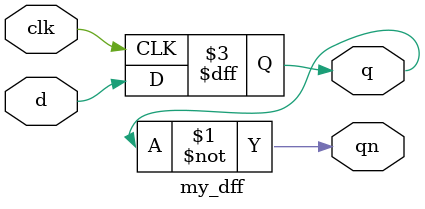
<source format=v>
/*

Copyright 2022 Marc Ketel
SPDX-License-Identifier: Apache-2.0

*/

`default_nettype none

module top_module (
    input  wire clk,
    input  wire j,
    input  wire k,
    output wire Q
);

  wire dff_d, dff_q, dff_qn;

  my_dff dff1 (
      .clk(clk),
      .d  (dff_d),
      .q  (dff_q),
      .qn (dff_qn)
  );

  assign Q = dff_q;
  assign dff_d = (dff_qn & j) | (~k & dff_q);

endmodule

module my_dff (
    input  wire clk,
    input  wire d,
    output reg  q,
    output wire qn
);

  assign qn = ~q;

  always @(posedge clk) begin
    q <= d;
  end

endmodule


</source>
